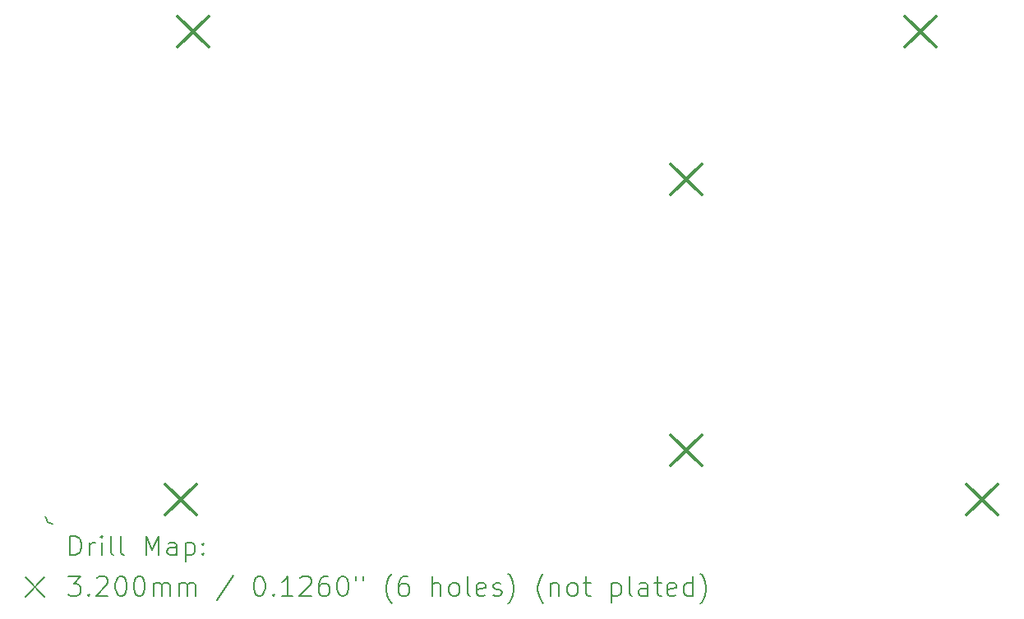
<source format=gbr>
%TF.GenerationSoftware,KiCad,Pcbnew,8.0.1*%
%TF.CreationDate,2024-04-24T23:00:23+05:30*%
%TF.ProjectId,mega_servos_1,6d656761-5f73-4657-9276-6f735f312e6b,rev?*%
%TF.SameCoordinates,PX5f5e100PY5f5e100*%
%TF.FileFunction,Drillmap*%
%TF.FilePolarity,Positive*%
%FSLAX45Y45*%
G04 Gerber Fmt 4.5, Leading zero omitted, Abs format (unit mm)*
G04 Created by KiCad (PCBNEW 8.0.1) date 2024-04-24 23:00:23*
%MOMM*%
%LPD*%
G01*
G04 APERTURE LIST*
%ADD10C,0.150000*%
%ADD11C,0.200000*%
%ADD12C,0.320000*%
G04 APERTURE END LIST*
D10*
X76200Y0D02*
G75*
G02*
X0Y76200I0J76200D01*
G01*
D11*
D12*
X1237000Y414000D02*
X1557000Y94000D01*
X1557000Y414000D02*
X1237000Y94000D01*
X1364000Y5240000D02*
X1684000Y4920000D01*
X1684000Y5240000D02*
X1364000Y4920000D01*
X6444000Y3716000D02*
X6764000Y3396000D01*
X6764000Y3716000D02*
X6444000Y3396000D01*
X6444000Y922000D02*
X6764000Y602000D01*
X6764000Y922000D02*
X6444000Y602000D01*
X8857000Y5240000D02*
X9177000Y4920000D01*
X9177000Y5240000D02*
X8857000Y4920000D01*
X9492000Y414000D02*
X9812000Y94000D01*
X9812000Y414000D02*
X9492000Y94000D01*
D11*
X253277Y-318984D02*
X253277Y-118984D01*
X253277Y-118984D02*
X300896Y-118984D01*
X300896Y-118984D02*
X329467Y-128508D01*
X329467Y-128508D02*
X348515Y-147555D01*
X348515Y-147555D02*
X358039Y-166603D01*
X358039Y-166603D02*
X367562Y-204698D01*
X367562Y-204698D02*
X367562Y-233269D01*
X367562Y-233269D02*
X358039Y-271365D01*
X358039Y-271365D02*
X348515Y-290412D01*
X348515Y-290412D02*
X329467Y-309460D01*
X329467Y-309460D02*
X300896Y-318984D01*
X300896Y-318984D02*
X253277Y-318984D01*
X453277Y-318984D02*
X453277Y-185650D01*
X453277Y-223746D02*
X462801Y-204698D01*
X462801Y-204698D02*
X472324Y-195174D01*
X472324Y-195174D02*
X491372Y-185650D01*
X491372Y-185650D02*
X510420Y-185650D01*
X577086Y-318984D02*
X577086Y-185650D01*
X577086Y-118984D02*
X567563Y-128508D01*
X567563Y-128508D02*
X577086Y-138031D01*
X577086Y-138031D02*
X586610Y-128508D01*
X586610Y-128508D02*
X577086Y-118984D01*
X577086Y-118984D02*
X577086Y-138031D01*
X700896Y-318984D02*
X681848Y-309460D01*
X681848Y-309460D02*
X672324Y-290412D01*
X672324Y-290412D02*
X672324Y-118984D01*
X805658Y-318984D02*
X786610Y-309460D01*
X786610Y-309460D02*
X777086Y-290412D01*
X777086Y-290412D02*
X777086Y-118984D01*
X1034229Y-318984D02*
X1034229Y-118984D01*
X1034229Y-118984D02*
X1100896Y-261841D01*
X1100896Y-261841D02*
X1167563Y-118984D01*
X1167563Y-118984D02*
X1167563Y-318984D01*
X1348515Y-318984D02*
X1348515Y-214222D01*
X1348515Y-214222D02*
X1338991Y-195174D01*
X1338991Y-195174D02*
X1319944Y-185650D01*
X1319944Y-185650D02*
X1281848Y-185650D01*
X1281848Y-185650D02*
X1262801Y-195174D01*
X1348515Y-309460D02*
X1329467Y-318984D01*
X1329467Y-318984D02*
X1281848Y-318984D01*
X1281848Y-318984D02*
X1262801Y-309460D01*
X1262801Y-309460D02*
X1253277Y-290412D01*
X1253277Y-290412D02*
X1253277Y-271365D01*
X1253277Y-271365D02*
X1262801Y-252317D01*
X1262801Y-252317D02*
X1281848Y-242793D01*
X1281848Y-242793D02*
X1329467Y-242793D01*
X1329467Y-242793D02*
X1348515Y-233269D01*
X1443753Y-185650D02*
X1443753Y-385650D01*
X1443753Y-195174D02*
X1462801Y-185650D01*
X1462801Y-185650D02*
X1500896Y-185650D01*
X1500896Y-185650D02*
X1519943Y-195174D01*
X1519943Y-195174D02*
X1529467Y-204698D01*
X1529467Y-204698D02*
X1538991Y-223746D01*
X1538991Y-223746D02*
X1538991Y-280889D01*
X1538991Y-280889D02*
X1529467Y-299936D01*
X1529467Y-299936D02*
X1519943Y-309460D01*
X1519943Y-309460D02*
X1500896Y-318984D01*
X1500896Y-318984D02*
X1462801Y-318984D01*
X1462801Y-318984D02*
X1443753Y-309460D01*
X1624705Y-299936D02*
X1634229Y-309460D01*
X1634229Y-309460D02*
X1624705Y-318984D01*
X1624705Y-318984D02*
X1615182Y-309460D01*
X1615182Y-309460D02*
X1624705Y-299936D01*
X1624705Y-299936D02*
X1624705Y-318984D01*
X1624705Y-195174D02*
X1634229Y-204698D01*
X1634229Y-204698D02*
X1624705Y-214222D01*
X1624705Y-214222D02*
X1615182Y-204698D01*
X1615182Y-204698D02*
X1624705Y-195174D01*
X1624705Y-195174D02*
X1624705Y-214222D01*
X-207500Y-547500D02*
X-7500Y-747500D01*
X-7500Y-547500D02*
X-207500Y-747500D01*
X234229Y-538984D02*
X358039Y-538984D01*
X358039Y-538984D02*
X291372Y-615174D01*
X291372Y-615174D02*
X319944Y-615174D01*
X319944Y-615174D02*
X338991Y-624698D01*
X338991Y-624698D02*
X348515Y-634222D01*
X348515Y-634222D02*
X358039Y-653270D01*
X358039Y-653270D02*
X358039Y-700888D01*
X358039Y-700888D02*
X348515Y-719936D01*
X348515Y-719936D02*
X338991Y-729460D01*
X338991Y-729460D02*
X319944Y-738984D01*
X319944Y-738984D02*
X262801Y-738984D01*
X262801Y-738984D02*
X243753Y-729460D01*
X243753Y-729460D02*
X234229Y-719936D01*
X443753Y-719936D02*
X453277Y-729460D01*
X453277Y-729460D02*
X443753Y-738984D01*
X443753Y-738984D02*
X434229Y-729460D01*
X434229Y-729460D02*
X443753Y-719936D01*
X443753Y-719936D02*
X443753Y-738984D01*
X529467Y-558031D02*
X538991Y-548508D01*
X538991Y-548508D02*
X558039Y-538984D01*
X558039Y-538984D02*
X605658Y-538984D01*
X605658Y-538984D02*
X624705Y-548508D01*
X624705Y-548508D02*
X634229Y-558031D01*
X634229Y-558031D02*
X643753Y-577079D01*
X643753Y-577079D02*
X643753Y-596127D01*
X643753Y-596127D02*
X634229Y-624698D01*
X634229Y-624698D02*
X519943Y-738984D01*
X519943Y-738984D02*
X643753Y-738984D01*
X767562Y-538984D02*
X786610Y-538984D01*
X786610Y-538984D02*
X805658Y-548508D01*
X805658Y-548508D02*
X815182Y-558031D01*
X815182Y-558031D02*
X824705Y-577079D01*
X824705Y-577079D02*
X834229Y-615174D01*
X834229Y-615174D02*
X834229Y-662793D01*
X834229Y-662793D02*
X824705Y-700888D01*
X824705Y-700888D02*
X815182Y-719936D01*
X815182Y-719936D02*
X805658Y-729460D01*
X805658Y-729460D02*
X786610Y-738984D01*
X786610Y-738984D02*
X767562Y-738984D01*
X767562Y-738984D02*
X748515Y-729460D01*
X748515Y-729460D02*
X738991Y-719936D01*
X738991Y-719936D02*
X729467Y-700888D01*
X729467Y-700888D02*
X719943Y-662793D01*
X719943Y-662793D02*
X719943Y-615174D01*
X719943Y-615174D02*
X729467Y-577079D01*
X729467Y-577079D02*
X738991Y-558031D01*
X738991Y-558031D02*
X748515Y-548508D01*
X748515Y-548508D02*
X767562Y-538984D01*
X958039Y-538984D02*
X977086Y-538984D01*
X977086Y-538984D02*
X996134Y-548508D01*
X996134Y-548508D02*
X1005658Y-558031D01*
X1005658Y-558031D02*
X1015182Y-577079D01*
X1015182Y-577079D02*
X1024705Y-615174D01*
X1024705Y-615174D02*
X1024705Y-662793D01*
X1024705Y-662793D02*
X1015182Y-700888D01*
X1015182Y-700888D02*
X1005658Y-719936D01*
X1005658Y-719936D02*
X996134Y-729460D01*
X996134Y-729460D02*
X977086Y-738984D01*
X977086Y-738984D02*
X958039Y-738984D01*
X958039Y-738984D02*
X938991Y-729460D01*
X938991Y-729460D02*
X929467Y-719936D01*
X929467Y-719936D02*
X919943Y-700888D01*
X919943Y-700888D02*
X910420Y-662793D01*
X910420Y-662793D02*
X910420Y-615174D01*
X910420Y-615174D02*
X919943Y-577079D01*
X919943Y-577079D02*
X929467Y-558031D01*
X929467Y-558031D02*
X938991Y-548508D01*
X938991Y-548508D02*
X958039Y-538984D01*
X1110420Y-738984D02*
X1110420Y-605650D01*
X1110420Y-624698D02*
X1119944Y-615174D01*
X1119944Y-615174D02*
X1138991Y-605650D01*
X1138991Y-605650D02*
X1167563Y-605650D01*
X1167563Y-605650D02*
X1186610Y-615174D01*
X1186610Y-615174D02*
X1196134Y-634222D01*
X1196134Y-634222D02*
X1196134Y-738984D01*
X1196134Y-634222D02*
X1205658Y-615174D01*
X1205658Y-615174D02*
X1224705Y-605650D01*
X1224705Y-605650D02*
X1253277Y-605650D01*
X1253277Y-605650D02*
X1272325Y-615174D01*
X1272325Y-615174D02*
X1281848Y-634222D01*
X1281848Y-634222D02*
X1281848Y-738984D01*
X1377086Y-738984D02*
X1377086Y-605650D01*
X1377086Y-624698D02*
X1386610Y-615174D01*
X1386610Y-615174D02*
X1405658Y-605650D01*
X1405658Y-605650D02*
X1434229Y-605650D01*
X1434229Y-605650D02*
X1453277Y-615174D01*
X1453277Y-615174D02*
X1462801Y-634222D01*
X1462801Y-634222D02*
X1462801Y-738984D01*
X1462801Y-634222D02*
X1472324Y-615174D01*
X1472324Y-615174D02*
X1491372Y-605650D01*
X1491372Y-605650D02*
X1519943Y-605650D01*
X1519943Y-605650D02*
X1538991Y-615174D01*
X1538991Y-615174D02*
X1548515Y-634222D01*
X1548515Y-634222D02*
X1548515Y-738984D01*
X1938991Y-529460D02*
X1767563Y-786603D01*
X2196134Y-538984D02*
X2215182Y-538984D01*
X2215182Y-538984D02*
X2234229Y-548508D01*
X2234229Y-548508D02*
X2243753Y-558031D01*
X2243753Y-558031D02*
X2253277Y-577079D01*
X2253277Y-577079D02*
X2262801Y-615174D01*
X2262801Y-615174D02*
X2262801Y-662793D01*
X2262801Y-662793D02*
X2253277Y-700888D01*
X2253277Y-700888D02*
X2243753Y-719936D01*
X2243753Y-719936D02*
X2234229Y-729460D01*
X2234229Y-729460D02*
X2215182Y-738984D01*
X2215182Y-738984D02*
X2196134Y-738984D01*
X2196134Y-738984D02*
X2177087Y-729460D01*
X2177087Y-729460D02*
X2167563Y-719936D01*
X2167563Y-719936D02*
X2158039Y-700888D01*
X2158039Y-700888D02*
X2148515Y-662793D01*
X2148515Y-662793D02*
X2148515Y-615174D01*
X2148515Y-615174D02*
X2158039Y-577079D01*
X2158039Y-577079D02*
X2167563Y-558031D01*
X2167563Y-558031D02*
X2177087Y-548508D01*
X2177087Y-548508D02*
X2196134Y-538984D01*
X2348515Y-719936D02*
X2358039Y-729460D01*
X2358039Y-729460D02*
X2348515Y-738984D01*
X2348515Y-738984D02*
X2338991Y-729460D01*
X2338991Y-729460D02*
X2348515Y-719936D01*
X2348515Y-719936D02*
X2348515Y-738984D01*
X2548515Y-738984D02*
X2434229Y-738984D01*
X2491372Y-738984D02*
X2491372Y-538984D01*
X2491372Y-538984D02*
X2472325Y-567555D01*
X2472325Y-567555D02*
X2453277Y-586603D01*
X2453277Y-586603D02*
X2434229Y-596127D01*
X2624706Y-558031D02*
X2634229Y-548508D01*
X2634229Y-548508D02*
X2653277Y-538984D01*
X2653277Y-538984D02*
X2700896Y-538984D01*
X2700896Y-538984D02*
X2719944Y-548508D01*
X2719944Y-548508D02*
X2729468Y-558031D01*
X2729468Y-558031D02*
X2738991Y-577079D01*
X2738991Y-577079D02*
X2738991Y-596127D01*
X2738991Y-596127D02*
X2729468Y-624698D01*
X2729468Y-624698D02*
X2615182Y-738984D01*
X2615182Y-738984D02*
X2738991Y-738984D01*
X2910420Y-538984D02*
X2872325Y-538984D01*
X2872325Y-538984D02*
X2853277Y-548508D01*
X2853277Y-548508D02*
X2843753Y-558031D01*
X2843753Y-558031D02*
X2824706Y-586603D01*
X2824706Y-586603D02*
X2815182Y-624698D01*
X2815182Y-624698D02*
X2815182Y-700888D01*
X2815182Y-700888D02*
X2824706Y-719936D01*
X2824706Y-719936D02*
X2834229Y-729460D01*
X2834229Y-729460D02*
X2853277Y-738984D01*
X2853277Y-738984D02*
X2891372Y-738984D01*
X2891372Y-738984D02*
X2910420Y-729460D01*
X2910420Y-729460D02*
X2919944Y-719936D01*
X2919944Y-719936D02*
X2929467Y-700888D01*
X2929467Y-700888D02*
X2929467Y-653270D01*
X2929467Y-653270D02*
X2919944Y-634222D01*
X2919944Y-634222D02*
X2910420Y-624698D01*
X2910420Y-624698D02*
X2891372Y-615174D01*
X2891372Y-615174D02*
X2853277Y-615174D01*
X2853277Y-615174D02*
X2834229Y-624698D01*
X2834229Y-624698D02*
X2824706Y-634222D01*
X2824706Y-634222D02*
X2815182Y-653270D01*
X3053277Y-538984D02*
X3072325Y-538984D01*
X3072325Y-538984D02*
X3091372Y-548508D01*
X3091372Y-548508D02*
X3100896Y-558031D01*
X3100896Y-558031D02*
X3110420Y-577079D01*
X3110420Y-577079D02*
X3119944Y-615174D01*
X3119944Y-615174D02*
X3119944Y-662793D01*
X3119944Y-662793D02*
X3110420Y-700888D01*
X3110420Y-700888D02*
X3100896Y-719936D01*
X3100896Y-719936D02*
X3091372Y-729460D01*
X3091372Y-729460D02*
X3072325Y-738984D01*
X3072325Y-738984D02*
X3053277Y-738984D01*
X3053277Y-738984D02*
X3034229Y-729460D01*
X3034229Y-729460D02*
X3024706Y-719936D01*
X3024706Y-719936D02*
X3015182Y-700888D01*
X3015182Y-700888D02*
X3005658Y-662793D01*
X3005658Y-662793D02*
X3005658Y-615174D01*
X3005658Y-615174D02*
X3015182Y-577079D01*
X3015182Y-577079D02*
X3024706Y-558031D01*
X3024706Y-558031D02*
X3034229Y-548508D01*
X3034229Y-548508D02*
X3053277Y-538984D01*
X3196134Y-538984D02*
X3196134Y-577079D01*
X3272325Y-538984D02*
X3272325Y-577079D01*
X3567563Y-815174D02*
X3558039Y-805650D01*
X3558039Y-805650D02*
X3538991Y-777079D01*
X3538991Y-777079D02*
X3529468Y-758031D01*
X3529468Y-758031D02*
X3519944Y-729460D01*
X3519944Y-729460D02*
X3510420Y-681841D01*
X3510420Y-681841D02*
X3510420Y-643746D01*
X3510420Y-643746D02*
X3519944Y-596127D01*
X3519944Y-596127D02*
X3529468Y-567555D01*
X3529468Y-567555D02*
X3538991Y-548508D01*
X3538991Y-548508D02*
X3558039Y-519936D01*
X3558039Y-519936D02*
X3567563Y-510412D01*
X3729468Y-538984D02*
X3691372Y-538984D01*
X3691372Y-538984D02*
X3672325Y-548508D01*
X3672325Y-548508D02*
X3662801Y-558031D01*
X3662801Y-558031D02*
X3643753Y-586603D01*
X3643753Y-586603D02*
X3634229Y-624698D01*
X3634229Y-624698D02*
X3634229Y-700888D01*
X3634229Y-700888D02*
X3643753Y-719936D01*
X3643753Y-719936D02*
X3653277Y-729460D01*
X3653277Y-729460D02*
X3672325Y-738984D01*
X3672325Y-738984D02*
X3710420Y-738984D01*
X3710420Y-738984D02*
X3729468Y-729460D01*
X3729468Y-729460D02*
X3738991Y-719936D01*
X3738991Y-719936D02*
X3748515Y-700888D01*
X3748515Y-700888D02*
X3748515Y-653270D01*
X3748515Y-653270D02*
X3738991Y-634222D01*
X3738991Y-634222D02*
X3729468Y-624698D01*
X3729468Y-624698D02*
X3710420Y-615174D01*
X3710420Y-615174D02*
X3672325Y-615174D01*
X3672325Y-615174D02*
X3653277Y-624698D01*
X3653277Y-624698D02*
X3643753Y-634222D01*
X3643753Y-634222D02*
X3634229Y-653270D01*
X3986610Y-738984D02*
X3986610Y-538984D01*
X4072325Y-738984D02*
X4072325Y-634222D01*
X4072325Y-634222D02*
X4062801Y-615174D01*
X4062801Y-615174D02*
X4043753Y-605650D01*
X4043753Y-605650D02*
X4015182Y-605650D01*
X4015182Y-605650D02*
X3996134Y-615174D01*
X3996134Y-615174D02*
X3986610Y-624698D01*
X4196134Y-738984D02*
X4177087Y-729460D01*
X4177087Y-729460D02*
X4167563Y-719936D01*
X4167563Y-719936D02*
X4158039Y-700888D01*
X4158039Y-700888D02*
X4158039Y-643746D01*
X4158039Y-643746D02*
X4167563Y-624698D01*
X4167563Y-624698D02*
X4177087Y-615174D01*
X4177087Y-615174D02*
X4196134Y-605650D01*
X4196134Y-605650D02*
X4224706Y-605650D01*
X4224706Y-605650D02*
X4243753Y-615174D01*
X4243753Y-615174D02*
X4253277Y-624698D01*
X4253277Y-624698D02*
X4262801Y-643746D01*
X4262801Y-643746D02*
X4262801Y-700888D01*
X4262801Y-700888D02*
X4253277Y-719936D01*
X4253277Y-719936D02*
X4243753Y-729460D01*
X4243753Y-729460D02*
X4224706Y-738984D01*
X4224706Y-738984D02*
X4196134Y-738984D01*
X4377087Y-738984D02*
X4358039Y-729460D01*
X4358039Y-729460D02*
X4348515Y-710412D01*
X4348515Y-710412D02*
X4348515Y-538984D01*
X4529468Y-729460D02*
X4510420Y-738984D01*
X4510420Y-738984D02*
X4472325Y-738984D01*
X4472325Y-738984D02*
X4453277Y-729460D01*
X4453277Y-729460D02*
X4443753Y-710412D01*
X4443753Y-710412D02*
X4443753Y-634222D01*
X4443753Y-634222D02*
X4453277Y-615174D01*
X4453277Y-615174D02*
X4472325Y-605650D01*
X4472325Y-605650D02*
X4510420Y-605650D01*
X4510420Y-605650D02*
X4529468Y-615174D01*
X4529468Y-615174D02*
X4538992Y-634222D01*
X4538992Y-634222D02*
X4538992Y-653270D01*
X4538992Y-653270D02*
X4443753Y-672317D01*
X4615182Y-729460D02*
X4634230Y-738984D01*
X4634230Y-738984D02*
X4672325Y-738984D01*
X4672325Y-738984D02*
X4691373Y-729460D01*
X4691373Y-729460D02*
X4700896Y-710412D01*
X4700896Y-710412D02*
X4700896Y-700888D01*
X4700896Y-700888D02*
X4691373Y-681841D01*
X4691373Y-681841D02*
X4672325Y-672317D01*
X4672325Y-672317D02*
X4643753Y-672317D01*
X4643753Y-672317D02*
X4624706Y-662793D01*
X4624706Y-662793D02*
X4615182Y-643746D01*
X4615182Y-643746D02*
X4615182Y-634222D01*
X4615182Y-634222D02*
X4624706Y-615174D01*
X4624706Y-615174D02*
X4643753Y-605650D01*
X4643753Y-605650D02*
X4672325Y-605650D01*
X4672325Y-605650D02*
X4691373Y-615174D01*
X4767563Y-815174D02*
X4777087Y-805650D01*
X4777087Y-805650D02*
X4796134Y-777079D01*
X4796134Y-777079D02*
X4805658Y-758031D01*
X4805658Y-758031D02*
X4815182Y-729460D01*
X4815182Y-729460D02*
X4824706Y-681841D01*
X4824706Y-681841D02*
X4824706Y-643746D01*
X4824706Y-643746D02*
X4815182Y-596127D01*
X4815182Y-596127D02*
X4805658Y-567555D01*
X4805658Y-567555D02*
X4796134Y-548508D01*
X4796134Y-548508D02*
X4777087Y-519936D01*
X4777087Y-519936D02*
X4767563Y-510412D01*
X5129468Y-815174D02*
X5119944Y-805650D01*
X5119944Y-805650D02*
X5100896Y-777079D01*
X5100896Y-777079D02*
X5091373Y-758031D01*
X5091373Y-758031D02*
X5081849Y-729460D01*
X5081849Y-729460D02*
X5072325Y-681841D01*
X5072325Y-681841D02*
X5072325Y-643746D01*
X5072325Y-643746D02*
X5081849Y-596127D01*
X5081849Y-596127D02*
X5091373Y-567555D01*
X5091373Y-567555D02*
X5100896Y-548508D01*
X5100896Y-548508D02*
X5119944Y-519936D01*
X5119944Y-519936D02*
X5129468Y-510412D01*
X5205658Y-605650D02*
X5205658Y-738984D01*
X5205658Y-624698D02*
X5215182Y-615174D01*
X5215182Y-615174D02*
X5234230Y-605650D01*
X5234230Y-605650D02*
X5262801Y-605650D01*
X5262801Y-605650D02*
X5281849Y-615174D01*
X5281849Y-615174D02*
X5291373Y-634222D01*
X5291373Y-634222D02*
X5291373Y-738984D01*
X5415182Y-738984D02*
X5396134Y-729460D01*
X5396134Y-729460D02*
X5386611Y-719936D01*
X5386611Y-719936D02*
X5377087Y-700888D01*
X5377087Y-700888D02*
X5377087Y-643746D01*
X5377087Y-643746D02*
X5386611Y-624698D01*
X5386611Y-624698D02*
X5396134Y-615174D01*
X5396134Y-615174D02*
X5415182Y-605650D01*
X5415182Y-605650D02*
X5443754Y-605650D01*
X5443754Y-605650D02*
X5462801Y-615174D01*
X5462801Y-615174D02*
X5472325Y-624698D01*
X5472325Y-624698D02*
X5481849Y-643746D01*
X5481849Y-643746D02*
X5481849Y-700888D01*
X5481849Y-700888D02*
X5472325Y-719936D01*
X5472325Y-719936D02*
X5462801Y-729460D01*
X5462801Y-729460D02*
X5443754Y-738984D01*
X5443754Y-738984D02*
X5415182Y-738984D01*
X5538992Y-605650D02*
X5615182Y-605650D01*
X5567563Y-538984D02*
X5567563Y-710412D01*
X5567563Y-710412D02*
X5577087Y-729460D01*
X5577087Y-729460D02*
X5596134Y-738984D01*
X5596134Y-738984D02*
X5615182Y-738984D01*
X5834230Y-605650D02*
X5834230Y-805650D01*
X5834230Y-615174D02*
X5853277Y-605650D01*
X5853277Y-605650D02*
X5891373Y-605650D01*
X5891373Y-605650D02*
X5910420Y-615174D01*
X5910420Y-615174D02*
X5919944Y-624698D01*
X5919944Y-624698D02*
X5929468Y-643746D01*
X5929468Y-643746D02*
X5929468Y-700888D01*
X5929468Y-700888D02*
X5919944Y-719936D01*
X5919944Y-719936D02*
X5910420Y-729460D01*
X5910420Y-729460D02*
X5891373Y-738984D01*
X5891373Y-738984D02*
X5853277Y-738984D01*
X5853277Y-738984D02*
X5834230Y-729460D01*
X6043753Y-738984D02*
X6024706Y-729460D01*
X6024706Y-729460D02*
X6015182Y-710412D01*
X6015182Y-710412D02*
X6015182Y-538984D01*
X6205658Y-738984D02*
X6205658Y-634222D01*
X6205658Y-634222D02*
X6196134Y-615174D01*
X6196134Y-615174D02*
X6177087Y-605650D01*
X6177087Y-605650D02*
X6138992Y-605650D01*
X6138992Y-605650D02*
X6119944Y-615174D01*
X6205658Y-729460D02*
X6186611Y-738984D01*
X6186611Y-738984D02*
X6138992Y-738984D01*
X6138992Y-738984D02*
X6119944Y-729460D01*
X6119944Y-729460D02*
X6110420Y-710412D01*
X6110420Y-710412D02*
X6110420Y-691365D01*
X6110420Y-691365D02*
X6119944Y-672317D01*
X6119944Y-672317D02*
X6138992Y-662793D01*
X6138992Y-662793D02*
X6186611Y-662793D01*
X6186611Y-662793D02*
X6205658Y-653270D01*
X6272325Y-605650D02*
X6348515Y-605650D01*
X6300896Y-538984D02*
X6300896Y-710412D01*
X6300896Y-710412D02*
X6310420Y-729460D01*
X6310420Y-729460D02*
X6329468Y-738984D01*
X6329468Y-738984D02*
X6348515Y-738984D01*
X6491373Y-729460D02*
X6472325Y-738984D01*
X6472325Y-738984D02*
X6434230Y-738984D01*
X6434230Y-738984D02*
X6415182Y-729460D01*
X6415182Y-729460D02*
X6405658Y-710412D01*
X6405658Y-710412D02*
X6405658Y-634222D01*
X6405658Y-634222D02*
X6415182Y-615174D01*
X6415182Y-615174D02*
X6434230Y-605650D01*
X6434230Y-605650D02*
X6472325Y-605650D01*
X6472325Y-605650D02*
X6491373Y-615174D01*
X6491373Y-615174D02*
X6500896Y-634222D01*
X6500896Y-634222D02*
X6500896Y-653270D01*
X6500896Y-653270D02*
X6405658Y-672317D01*
X6672325Y-738984D02*
X6672325Y-538984D01*
X6672325Y-729460D02*
X6653277Y-738984D01*
X6653277Y-738984D02*
X6615182Y-738984D01*
X6615182Y-738984D02*
X6596134Y-729460D01*
X6596134Y-729460D02*
X6586611Y-719936D01*
X6586611Y-719936D02*
X6577087Y-700888D01*
X6577087Y-700888D02*
X6577087Y-643746D01*
X6577087Y-643746D02*
X6586611Y-624698D01*
X6586611Y-624698D02*
X6596134Y-615174D01*
X6596134Y-615174D02*
X6615182Y-605650D01*
X6615182Y-605650D02*
X6653277Y-605650D01*
X6653277Y-605650D02*
X6672325Y-615174D01*
X6748515Y-815174D02*
X6758039Y-805650D01*
X6758039Y-805650D02*
X6777087Y-777079D01*
X6777087Y-777079D02*
X6786611Y-758031D01*
X6786611Y-758031D02*
X6796134Y-729460D01*
X6796134Y-729460D02*
X6805658Y-681841D01*
X6805658Y-681841D02*
X6805658Y-643746D01*
X6805658Y-643746D02*
X6796134Y-596127D01*
X6796134Y-596127D02*
X6786611Y-567555D01*
X6786611Y-567555D02*
X6777087Y-548508D01*
X6777087Y-548508D02*
X6758039Y-519936D01*
X6758039Y-519936D02*
X6748515Y-510412D01*
M02*

</source>
